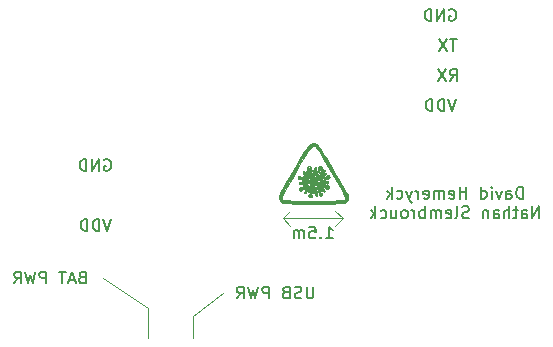
<source format=gbo>
G04 #@! TF.GenerationSoftware,KiCad,Pcbnew,(5.1.9)-1*
G04 #@! TF.CreationDate,2021-04-10T16:29:16+02:00*
G04 #@! TF.ProjectId,eerste_versie,65657273-7465-45f7-9665-727369652e6b,rev?*
G04 #@! TF.SameCoordinates,Original*
G04 #@! TF.FileFunction,Legend,Bot*
G04 #@! TF.FilePolarity,Positive*
%FSLAX46Y46*%
G04 Gerber Fmt 4.6, Leading zero omitted, Abs format (unit mm)*
G04 Created by KiCad (PCBNEW (5.1.9)-1) date 2021-04-10 16:29:16*
%MOMM*%
%LPD*%
G01*
G04 APERTURE LIST*
%ADD10C,0.150000*%
%ADD11C,0.120000*%
%ADD12C,0.010000*%
G04 APERTURE END LIST*
D10*
X121348333Y-124547380D02*
X121015000Y-125547380D01*
X120681666Y-124547380D01*
X120348333Y-125547380D02*
X120348333Y-124547380D01*
X120110238Y-124547380D01*
X119967380Y-124595000D01*
X119872142Y-124690238D01*
X119824523Y-124785476D01*
X119776904Y-124975952D01*
X119776904Y-125118809D01*
X119824523Y-125309285D01*
X119872142Y-125404523D01*
X119967380Y-125499761D01*
X120110238Y-125547380D01*
X120348333Y-125547380D01*
X119348333Y-125547380D02*
X119348333Y-124547380D01*
X119110238Y-124547380D01*
X118967380Y-124595000D01*
X118872142Y-124690238D01*
X118824523Y-124785476D01*
X118776904Y-124975952D01*
X118776904Y-125118809D01*
X118824523Y-125309285D01*
X118872142Y-125404523D01*
X118967380Y-125499761D01*
X119110238Y-125547380D01*
X119348333Y-125547380D01*
X120776904Y-119515000D02*
X120872142Y-119467380D01*
X121015000Y-119467380D01*
X121157857Y-119515000D01*
X121253095Y-119610238D01*
X121300714Y-119705476D01*
X121348333Y-119895952D01*
X121348333Y-120038809D01*
X121300714Y-120229285D01*
X121253095Y-120324523D01*
X121157857Y-120419761D01*
X121015000Y-120467380D01*
X120919761Y-120467380D01*
X120776904Y-120419761D01*
X120729285Y-120372142D01*
X120729285Y-120038809D01*
X120919761Y-120038809D01*
X120300714Y-120467380D02*
X120300714Y-119467380D01*
X119729285Y-120467380D01*
X119729285Y-119467380D01*
X119253095Y-120467380D02*
X119253095Y-119467380D01*
X119015000Y-119467380D01*
X118872142Y-119515000D01*
X118776904Y-119610238D01*
X118729285Y-119705476D01*
X118681666Y-119895952D01*
X118681666Y-120038809D01*
X118729285Y-120229285D01*
X118776904Y-120324523D01*
X118872142Y-120419761D01*
X119015000Y-120467380D01*
X119253095Y-120467380D01*
D11*
X124460000Y-132080000D02*
X120650000Y-129540000D01*
X124460000Y-134620000D02*
X124460000Y-132080000D01*
X135890000Y-124460000D02*
X136525000Y-125095000D01*
X136525000Y-123825000D02*
X135890000Y-124460000D01*
X140970000Y-124460000D02*
X140335000Y-125095000D01*
X140970000Y-124460000D02*
X140335000Y-123825000D01*
X135890000Y-124460000D02*
X140970000Y-124460000D01*
X128270000Y-132715000D02*
X128270000Y-134620000D01*
X130810000Y-130810000D02*
X128270000Y-132715000D01*
D10*
X149986904Y-106815000D02*
X150082142Y-106767380D01*
X150225000Y-106767380D01*
X150367857Y-106815000D01*
X150463095Y-106910238D01*
X150510714Y-107005476D01*
X150558333Y-107195952D01*
X150558333Y-107338809D01*
X150510714Y-107529285D01*
X150463095Y-107624523D01*
X150367857Y-107719761D01*
X150225000Y-107767380D01*
X150129761Y-107767380D01*
X149986904Y-107719761D01*
X149939285Y-107672142D01*
X149939285Y-107338809D01*
X150129761Y-107338809D01*
X149510714Y-107767380D02*
X149510714Y-106767380D01*
X148939285Y-107767380D01*
X148939285Y-106767380D01*
X148463095Y-107767380D02*
X148463095Y-106767380D01*
X148225000Y-106767380D01*
X148082142Y-106815000D01*
X147986904Y-106910238D01*
X147939285Y-107005476D01*
X147891666Y-107195952D01*
X147891666Y-107338809D01*
X147939285Y-107529285D01*
X147986904Y-107624523D01*
X148082142Y-107719761D01*
X148225000Y-107767380D01*
X148463095Y-107767380D01*
X150621904Y-109307380D02*
X150050476Y-109307380D01*
X150336190Y-110307380D02*
X150336190Y-109307380D01*
X149812380Y-109307380D02*
X149145714Y-110307380D01*
X149145714Y-109307380D02*
X149812380Y-110307380D01*
X150026666Y-112847380D02*
X150360000Y-112371190D01*
X150598095Y-112847380D02*
X150598095Y-111847380D01*
X150217142Y-111847380D01*
X150121904Y-111895000D01*
X150074285Y-111942619D01*
X150026666Y-112037857D01*
X150026666Y-112180714D01*
X150074285Y-112275952D01*
X150121904Y-112323571D01*
X150217142Y-112371190D01*
X150598095Y-112371190D01*
X149693333Y-111847380D02*
X149026666Y-112847380D01*
X149026666Y-111847380D02*
X149693333Y-112847380D01*
X150558333Y-114387380D02*
X150225000Y-115387380D01*
X149891666Y-114387380D01*
X149558333Y-115387380D02*
X149558333Y-114387380D01*
X149320238Y-114387380D01*
X149177380Y-114435000D01*
X149082142Y-114530238D01*
X149034523Y-114625476D01*
X148986904Y-114815952D01*
X148986904Y-114958809D01*
X149034523Y-115149285D01*
X149082142Y-115244523D01*
X149177380Y-115339761D01*
X149320238Y-115387380D01*
X149558333Y-115387380D01*
X148558333Y-115387380D02*
X148558333Y-114387380D01*
X148320238Y-114387380D01*
X148177380Y-114435000D01*
X148082142Y-114530238D01*
X148034523Y-114625476D01*
X147986904Y-114815952D01*
X147986904Y-114958809D01*
X148034523Y-115149285D01*
X148082142Y-115244523D01*
X148177380Y-115339761D01*
X148320238Y-115387380D01*
X148558333Y-115387380D01*
X138469285Y-130262380D02*
X138469285Y-131071904D01*
X138421666Y-131167142D01*
X138374047Y-131214761D01*
X138278809Y-131262380D01*
X138088333Y-131262380D01*
X137993095Y-131214761D01*
X137945476Y-131167142D01*
X137897857Y-131071904D01*
X137897857Y-130262380D01*
X137469285Y-131214761D02*
X137326428Y-131262380D01*
X137088333Y-131262380D01*
X136993095Y-131214761D01*
X136945476Y-131167142D01*
X136897857Y-131071904D01*
X136897857Y-130976666D01*
X136945476Y-130881428D01*
X136993095Y-130833809D01*
X137088333Y-130786190D01*
X137278809Y-130738571D01*
X137374047Y-130690952D01*
X137421666Y-130643333D01*
X137469285Y-130548095D01*
X137469285Y-130452857D01*
X137421666Y-130357619D01*
X137374047Y-130310000D01*
X137278809Y-130262380D01*
X137040714Y-130262380D01*
X136897857Y-130310000D01*
X136135952Y-130738571D02*
X135993095Y-130786190D01*
X135945476Y-130833809D01*
X135897857Y-130929047D01*
X135897857Y-131071904D01*
X135945476Y-131167142D01*
X135993095Y-131214761D01*
X136088333Y-131262380D01*
X136469285Y-131262380D01*
X136469285Y-130262380D01*
X136135952Y-130262380D01*
X136040714Y-130310000D01*
X135993095Y-130357619D01*
X135945476Y-130452857D01*
X135945476Y-130548095D01*
X135993095Y-130643333D01*
X136040714Y-130690952D01*
X136135952Y-130738571D01*
X136469285Y-130738571D01*
X134707380Y-131262380D02*
X134707380Y-130262380D01*
X134326428Y-130262380D01*
X134231190Y-130310000D01*
X134183571Y-130357619D01*
X134135952Y-130452857D01*
X134135952Y-130595714D01*
X134183571Y-130690952D01*
X134231190Y-130738571D01*
X134326428Y-130786190D01*
X134707380Y-130786190D01*
X133802619Y-130262380D02*
X133564523Y-131262380D01*
X133374047Y-130548095D01*
X133183571Y-131262380D01*
X132945476Y-130262380D01*
X131993095Y-131262380D02*
X132326428Y-130786190D01*
X132564523Y-131262380D02*
X132564523Y-130262380D01*
X132183571Y-130262380D01*
X132088333Y-130310000D01*
X132040714Y-130357619D01*
X131993095Y-130452857D01*
X131993095Y-130595714D01*
X132040714Y-130690952D01*
X132088333Y-130738571D01*
X132183571Y-130786190D01*
X132564523Y-130786190D01*
X118895476Y-129468571D02*
X118752619Y-129516190D01*
X118705000Y-129563809D01*
X118657380Y-129659047D01*
X118657380Y-129801904D01*
X118705000Y-129897142D01*
X118752619Y-129944761D01*
X118847857Y-129992380D01*
X119228809Y-129992380D01*
X119228809Y-128992380D01*
X118895476Y-128992380D01*
X118800238Y-129040000D01*
X118752619Y-129087619D01*
X118705000Y-129182857D01*
X118705000Y-129278095D01*
X118752619Y-129373333D01*
X118800238Y-129420952D01*
X118895476Y-129468571D01*
X119228809Y-129468571D01*
X118276428Y-129706666D02*
X117800238Y-129706666D01*
X118371666Y-129992380D02*
X118038333Y-128992380D01*
X117705000Y-129992380D01*
X117514523Y-128992380D02*
X116943095Y-128992380D01*
X117228809Y-129992380D02*
X117228809Y-128992380D01*
X115847857Y-129992380D02*
X115847857Y-128992380D01*
X115466904Y-128992380D01*
X115371666Y-129040000D01*
X115324047Y-129087619D01*
X115276428Y-129182857D01*
X115276428Y-129325714D01*
X115324047Y-129420952D01*
X115371666Y-129468571D01*
X115466904Y-129516190D01*
X115847857Y-129516190D01*
X114943095Y-128992380D02*
X114705000Y-129992380D01*
X114514523Y-129278095D01*
X114324047Y-129992380D01*
X114085952Y-128992380D01*
X113133571Y-129992380D02*
X113466904Y-129516190D01*
X113705000Y-129992380D02*
X113705000Y-128992380D01*
X113324047Y-128992380D01*
X113228809Y-129040000D01*
X113181190Y-129087619D01*
X113133571Y-129182857D01*
X113133571Y-129325714D01*
X113181190Y-129420952D01*
X113228809Y-129468571D01*
X113324047Y-129516190D01*
X113705000Y-129516190D01*
X139525238Y-126182380D02*
X140096666Y-126182380D01*
X139810952Y-126182380D02*
X139810952Y-125182380D01*
X139906190Y-125325238D01*
X140001428Y-125420476D01*
X140096666Y-125468095D01*
X139096666Y-126087142D02*
X139049047Y-126134761D01*
X139096666Y-126182380D01*
X139144285Y-126134761D01*
X139096666Y-126087142D01*
X139096666Y-126182380D01*
X138144285Y-125182380D02*
X138620476Y-125182380D01*
X138668095Y-125658571D01*
X138620476Y-125610952D01*
X138525238Y-125563333D01*
X138287142Y-125563333D01*
X138191904Y-125610952D01*
X138144285Y-125658571D01*
X138096666Y-125753809D01*
X138096666Y-125991904D01*
X138144285Y-126087142D01*
X138191904Y-126134761D01*
X138287142Y-126182380D01*
X138525238Y-126182380D01*
X138620476Y-126134761D01*
X138668095Y-126087142D01*
X137668095Y-126182380D02*
X137668095Y-125515714D01*
X137668095Y-125610952D02*
X137620476Y-125563333D01*
X137525238Y-125515714D01*
X137382380Y-125515714D01*
X137287142Y-125563333D01*
X137239523Y-125658571D01*
X137239523Y-126182380D01*
X137239523Y-125658571D02*
X137191904Y-125563333D01*
X137096666Y-125515714D01*
X136953809Y-125515714D01*
X136858571Y-125563333D01*
X136810952Y-125658571D01*
X136810952Y-126182380D01*
X156233095Y-122817380D02*
X156233095Y-121817380D01*
X155995000Y-121817380D01*
X155852142Y-121865000D01*
X155756904Y-121960238D01*
X155709285Y-122055476D01*
X155661666Y-122245952D01*
X155661666Y-122388809D01*
X155709285Y-122579285D01*
X155756904Y-122674523D01*
X155852142Y-122769761D01*
X155995000Y-122817380D01*
X156233095Y-122817380D01*
X154804523Y-122817380D02*
X154804523Y-122293571D01*
X154852142Y-122198333D01*
X154947380Y-122150714D01*
X155137857Y-122150714D01*
X155233095Y-122198333D01*
X154804523Y-122769761D02*
X154899761Y-122817380D01*
X155137857Y-122817380D01*
X155233095Y-122769761D01*
X155280714Y-122674523D01*
X155280714Y-122579285D01*
X155233095Y-122484047D01*
X155137857Y-122436428D01*
X154899761Y-122436428D01*
X154804523Y-122388809D01*
X154423571Y-122150714D02*
X154185476Y-122817380D01*
X153947380Y-122150714D01*
X153566428Y-122817380D02*
X153566428Y-122150714D01*
X153566428Y-121817380D02*
X153614047Y-121865000D01*
X153566428Y-121912619D01*
X153518809Y-121865000D01*
X153566428Y-121817380D01*
X153566428Y-121912619D01*
X152661666Y-122817380D02*
X152661666Y-121817380D01*
X152661666Y-122769761D02*
X152756904Y-122817380D01*
X152947380Y-122817380D01*
X153042619Y-122769761D01*
X153090238Y-122722142D01*
X153137857Y-122626904D01*
X153137857Y-122341190D01*
X153090238Y-122245952D01*
X153042619Y-122198333D01*
X152947380Y-122150714D01*
X152756904Y-122150714D01*
X152661666Y-122198333D01*
X151423571Y-122817380D02*
X151423571Y-121817380D01*
X151423571Y-122293571D02*
X150852142Y-122293571D01*
X150852142Y-122817380D02*
X150852142Y-121817380D01*
X149995000Y-122769761D02*
X150090238Y-122817380D01*
X150280714Y-122817380D01*
X150375952Y-122769761D01*
X150423571Y-122674523D01*
X150423571Y-122293571D01*
X150375952Y-122198333D01*
X150280714Y-122150714D01*
X150090238Y-122150714D01*
X149995000Y-122198333D01*
X149947380Y-122293571D01*
X149947380Y-122388809D01*
X150423571Y-122484047D01*
X149518809Y-122817380D02*
X149518809Y-122150714D01*
X149518809Y-122245952D02*
X149471190Y-122198333D01*
X149375952Y-122150714D01*
X149233095Y-122150714D01*
X149137857Y-122198333D01*
X149090238Y-122293571D01*
X149090238Y-122817380D01*
X149090238Y-122293571D02*
X149042619Y-122198333D01*
X148947380Y-122150714D01*
X148804523Y-122150714D01*
X148709285Y-122198333D01*
X148661666Y-122293571D01*
X148661666Y-122817380D01*
X147804523Y-122769761D02*
X147899761Y-122817380D01*
X148090238Y-122817380D01*
X148185476Y-122769761D01*
X148233095Y-122674523D01*
X148233095Y-122293571D01*
X148185476Y-122198333D01*
X148090238Y-122150714D01*
X147899761Y-122150714D01*
X147804523Y-122198333D01*
X147756904Y-122293571D01*
X147756904Y-122388809D01*
X148233095Y-122484047D01*
X147328333Y-122817380D02*
X147328333Y-122150714D01*
X147328333Y-122341190D02*
X147280714Y-122245952D01*
X147233095Y-122198333D01*
X147137857Y-122150714D01*
X147042619Y-122150714D01*
X146804523Y-122150714D02*
X146566428Y-122817380D01*
X146328333Y-122150714D02*
X146566428Y-122817380D01*
X146661666Y-123055476D01*
X146709285Y-123103095D01*
X146804523Y-123150714D01*
X145518809Y-122769761D02*
X145614047Y-122817380D01*
X145804523Y-122817380D01*
X145899761Y-122769761D01*
X145947380Y-122722142D01*
X145995000Y-122626904D01*
X145995000Y-122341190D01*
X145947380Y-122245952D01*
X145899761Y-122198333D01*
X145804523Y-122150714D01*
X145614047Y-122150714D01*
X145518809Y-122198333D01*
X145090238Y-122817380D02*
X145090238Y-121817380D01*
X144995000Y-122436428D02*
X144709285Y-122817380D01*
X144709285Y-122150714D02*
X145090238Y-122531666D01*
X157590238Y-124467380D02*
X157590238Y-123467380D01*
X157018809Y-124467380D01*
X157018809Y-123467380D01*
X156114047Y-124467380D02*
X156114047Y-123943571D01*
X156161666Y-123848333D01*
X156256904Y-123800714D01*
X156447380Y-123800714D01*
X156542619Y-123848333D01*
X156114047Y-124419761D02*
X156209285Y-124467380D01*
X156447380Y-124467380D01*
X156542619Y-124419761D01*
X156590238Y-124324523D01*
X156590238Y-124229285D01*
X156542619Y-124134047D01*
X156447380Y-124086428D01*
X156209285Y-124086428D01*
X156114047Y-124038809D01*
X155780714Y-123800714D02*
X155399761Y-123800714D01*
X155637857Y-123467380D02*
X155637857Y-124324523D01*
X155590238Y-124419761D01*
X155495000Y-124467380D01*
X155399761Y-124467380D01*
X155066428Y-124467380D02*
X155066428Y-123467380D01*
X154637857Y-124467380D02*
X154637857Y-123943571D01*
X154685476Y-123848333D01*
X154780714Y-123800714D01*
X154923571Y-123800714D01*
X155018809Y-123848333D01*
X155066428Y-123895952D01*
X153733095Y-124467380D02*
X153733095Y-123943571D01*
X153780714Y-123848333D01*
X153875952Y-123800714D01*
X154066428Y-123800714D01*
X154161666Y-123848333D01*
X153733095Y-124419761D02*
X153828333Y-124467380D01*
X154066428Y-124467380D01*
X154161666Y-124419761D01*
X154209285Y-124324523D01*
X154209285Y-124229285D01*
X154161666Y-124134047D01*
X154066428Y-124086428D01*
X153828333Y-124086428D01*
X153733095Y-124038809D01*
X153256904Y-123800714D02*
X153256904Y-124467380D01*
X153256904Y-123895952D02*
X153209285Y-123848333D01*
X153114047Y-123800714D01*
X152971190Y-123800714D01*
X152875952Y-123848333D01*
X152828333Y-123943571D01*
X152828333Y-124467380D01*
X151637857Y-124419761D02*
X151495000Y-124467380D01*
X151256904Y-124467380D01*
X151161666Y-124419761D01*
X151114047Y-124372142D01*
X151066428Y-124276904D01*
X151066428Y-124181666D01*
X151114047Y-124086428D01*
X151161666Y-124038809D01*
X151256904Y-123991190D01*
X151447380Y-123943571D01*
X151542619Y-123895952D01*
X151590238Y-123848333D01*
X151637857Y-123753095D01*
X151637857Y-123657857D01*
X151590238Y-123562619D01*
X151542619Y-123515000D01*
X151447380Y-123467380D01*
X151209285Y-123467380D01*
X151066428Y-123515000D01*
X150495000Y-124467380D02*
X150590238Y-124419761D01*
X150637857Y-124324523D01*
X150637857Y-123467380D01*
X149733095Y-124419761D02*
X149828333Y-124467380D01*
X150018809Y-124467380D01*
X150114047Y-124419761D01*
X150161666Y-124324523D01*
X150161666Y-123943571D01*
X150114047Y-123848333D01*
X150018809Y-123800714D01*
X149828333Y-123800714D01*
X149733095Y-123848333D01*
X149685476Y-123943571D01*
X149685476Y-124038809D01*
X150161666Y-124134047D01*
X149256904Y-124467380D02*
X149256904Y-123800714D01*
X149256904Y-123895952D02*
X149209285Y-123848333D01*
X149114047Y-123800714D01*
X148971190Y-123800714D01*
X148875952Y-123848333D01*
X148828333Y-123943571D01*
X148828333Y-124467380D01*
X148828333Y-123943571D02*
X148780714Y-123848333D01*
X148685476Y-123800714D01*
X148542619Y-123800714D01*
X148447380Y-123848333D01*
X148399761Y-123943571D01*
X148399761Y-124467380D01*
X147923571Y-124467380D02*
X147923571Y-123467380D01*
X147923571Y-123848333D02*
X147828333Y-123800714D01*
X147637857Y-123800714D01*
X147542619Y-123848333D01*
X147495000Y-123895952D01*
X147447380Y-123991190D01*
X147447380Y-124276904D01*
X147495000Y-124372142D01*
X147542619Y-124419761D01*
X147637857Y-124467380D01*
X147828333Y-124467380D01*
X147923571Y-124419761D01*
X147018809Y-124467380D02*
X147018809Y-123800714D01*
X147018809Y-123991190D02*
X146971190Y-123895952D01*
X146923571Y-123848333D01*
X146828333Y-123800714D01*
X146733095Y-123800714D01*
X146256904Y-124467380D02*
X146352142Y-124419761D01*
X146399761Y-124372142D01*
X146447380Y-124276904D01*
X146447380Y-123991190D01*
X146399761Y-123895952D01*
X146352142Y-123848333D01*
X146256904Y-123800714D01*
X146114047Y-123800714D01*
X146018809Y-123848333D01*
X145971190Y-123895952D01*
X145923571Y-123991190D01*
X145923571Y-124276904D01*
X145971190Y-124372142D01*
X146018809Y-124419761D01*
X146114047Y-124467380D01*
X146256904Y-124467380D01*
X145066428Y-123800714D02*
X145066428Y-124467380D01*
X145495000Y-123800714D02*
X145495000Y-124324523D01*
X145447380Y-124419761D01*
X145352142Y-124467380D01*
X145209285Y-124467380D01*
X145114047Y-124419761D01*
X145066428Y-124372142D01*
X144161666Y-124419761D02*
X144256904Y-124467380D01*
X144447380Y-124467380D01*
X144542619Y-124419761D01*
X144590238Y-124372142D01*
X144637857Y-124276904D01*
X144637857Y-123991190D01*
X144590238Y-123895952D01*
X144542619Y-123848333D01*
X144447380Y-123800714D01*
X144256904Y-123800714D01*
X144161666Y-123848333D01*
X143733095Y-124467380D02*
X143733095Y-123467380D01*
X143637857Y-124086428D02*
X143352142Y-124467380D01*
X143352142Y-123800714D02*
X143733095Y-124181666D01*
D12*
G36*
X138016583Y-120044155D02*
G01*
X137933752Y-120132525D01*
X137942804Y-120251992D01*
X138026356Y-120373533D01*
X138092462Y-120454748D01*
X138087256Y-120496794D01*
X138051756Y-120514913D01*
X137984233Y-120509468D01*
X137972800Y-120470605D01*
X137932101Y-120404647D01*
X137896600Y-120396000D01*
X137829251Y-120436663D01*
X137820400Y-120472200D01*
X137851114Y-120539749D01*
X137877421Y-120548400D01*
X137901660Y-120576118D01*
X137867494Y-120629066D01*
X137812354Y-120679408D01*
X137776672Y-120642415D01*
X137761311Y-120603666D01*
X137699481Y-120512702D01*
X137629374Y-120512140D01*
X137582358Y-120580088D01*
X137593084Y-120672540D01*
X137634752Y-120709612D01*
X137686979Y-120750498D01*
X137686386Y-120808989D01*
X137638640Y-120911658D01*
X137558481Y-121066669D01*
X137494982Y-121007015D01*
X137300050Y-121007015D01*
X137282787Y-121063218D01*
X137243830Y-121101682D01*
X137221608Y-121063422D01*
X137221228Y-120984117D01*
X137230909Y-120968558D01*
X137279765Y-120956721D01*
X137300050Y-121007015D01*
X137494982Y-121007015D01*
X137444866Y-120959934D01*
X137311426Y-120869968D01*
X137204143Y-120867642D01*
X137135322Y-120952935D01*
X137132803Y-120960464D01*
X137131144Y-121087596D01*
X137204127Y-121165365D01*
X137329802Y-121175921D01*
X137379802Y-121161345D01*
X137470507Y-121133843D01*
X137507905Y-121161113D01*
X137515561Y-121264999D01*
X137515600Y-121287225D01*
X137508789Y-121404214D01*
X137473955Y-121444577D01*
X137389497Y-121433085D01*
X137388600Y-121432860D01*
X137294643Y-121423268D01*
X137263282Y-121474620D01*
X137261600Y-121511728D01*
X137280824Y-121591618D01*
X137357817Y-121609603D01*
X137395307Y-121606135D01*
X137509174Y-121618291D01*
X137571471Y-121704100D01*
X137589580Y-121785471D01*
X137543209Y-121815087D01*
X137469384Y-121818400D01*
X137332365Y-121850042D01*
X137249345Y-121927180D01*
X137230383Y-122023130D01*
X137285540Y-122111210D01*
X137346313Y-122144837D01*
X137449616Y-122151348D01*
X137529810Y-122072467D01*
X137565013Y-121996200D01*
X137432371Y-121996200D01*
X137424566Y-122061736D01*
X137387006Y-122072400D01*
X137321048Y-122031700D01*
X137312400Y-121996200D01*
X137336944Y-121928555D01*
X137357765Y-121920000D01*
X137413299Y-121960427D01*
X137432371Y-121996200D01*
X137565013Y-121996200D01*
X137572881Y-121979155D01*
X137623894Y-121844979D01*
X137721018Y-121971389D01*
X137801594Y-122091880D01*
X137809094Y-122155374D01*
X137744906Y-122173999D01*
X137744200Y-122174000D01*
X137682144Y-122216351D01*
X137668000Y-122275600D01*
X137703922Y-122360502D01*
X137769600Y-122377200D01*
X137854503Y-122341278D01*
X137864742Y-122301000D01*
X137769600Y-122301000D01*
X137744200Y-122326400D01*
X137718800Y-122301000D01*
X137744200Y-122275600D01*
X137769600Y-122301000D01*
X137864742Y-122301000D01*
X137871200Y-122275600D01*
X137877215Y-122198655D01*
X137913258Y-122180561D01*
X138006326Y-122214754D01*
X138046610Y-122232954D01*
X138152393Y-122296140D01*
X138163955Y-122358140D01*
X138097349Y-122430034D01*
X138037121Y-122529125D01*
X138046515Y-122636723D01*
X138117414Y-122711675D01*
X138155046Y-122722551D01*
X138269921Y-122702098D01*
X138323671Y-122662298D01*
X138343432Y-122610125D01*
X138252434Y-122610125D01*
X138248399Y-122637351D01*
X138192618Y-122660035D01*
X138136916Y-122620206D01*
X138125200Y-122578996D01*
X138162535Y-122553569D01*
X138201109Y-122561917D01*
X138252434Y-122610125D01*
X138343432Y-122610125D01*
X138359726Y-122567106D01*
X138331926Y-122485386D01*
X138286636Y-122385473D01*
X138304845Y-122339544D01*
X138402802Y-122326840D01*
X138456368Y-122326400D01*
X138573968Y-122333428D01*
X138614991Y-122367850D01*
X138604989Y-122446514D01*
X138611199Y-122552363D01*
X138671773Y-122605287D01*
X138755031Y-122585263D01*
X138782513Y-122558720D01*
X138805743Y-122484905D01*
X138758422Y-122426524D01*
X138708340Y-122365627D01*
X138744932Y-122319066D01*
X138745096Y-122318962D01*
X138858379Y-122275847D01*
X138920031Y-122317368D01*
X138927223Y-122408437D01*
X138950633Y-122538380D01*
X139035429Y-122616051D01*
X139154567Y-122617367D01*
X139159696Y-122615479D01*
X139232555Y-122545847D01*
X139233068Y-122505794D01*
X139141200Y-122505794D01*
X139109306Y-122572848D01*
X139044752Y-122565459D01*
X139017490Y-122534923D01*
X139031015Y-122481122D01*
X139065292Y-122460317D01*
X139130620Y-122468381D01*
X139141200Y-122505794D01*
X139233068Y-122505794D01*
X139233840Y-122445553D01*
X139168818Y-122350400D01*
X139115800Y-122317156D01*
X139012018Y-122257622D01*
X139003590Y-122204248D01*
X139087809Y-122136616D01*
X139091553Y-122134269D01*
X139174303Y-122096539D01*
X139216281Y-122129353D01*
X139223988Y-122147449D01*
X139284615Y-122208993D01*
X139370156Y-122221413D01*
X139435267Y-122184807D01*
X139446000Y-122146963D01*
X139403940Y-122068679D01*
X139343325Y-122031143D01*
X139314685Y-122015542D01*
X138938000Y-122015542D01*
X138897824Y-122079225D01*
X138808558Y-122142710D01*
X138718376Y-122172455D01*
X138691052Y-122133205D01*
X138691259Y-122129124D01*
X138277600Y-122129124D01*
X138239506Y-122169422D01*
X138153128Y-122168014D01*
X138060331Y-122130063D01*
X138023600Y-122097800D01*
X137989867Y-122039851D01*
X138029581Y-122025309D01*
X138153087Y-122050901D01*
X138163300Y-122053618D01*
X138252160Y-122094162D01*
X138277600Y-122129124D01*
X138691259Y-122129124D01*
X138693495Y-122085100D01*
X138737316Y-122024598D01*
X138531600Y-122024598D01*
X138512045Y-122094840D01*
X138480800Y-122097800D01*
X138434058Y-122024298D01*
X138430000Y-121993201D01*
X138458404Y-121927545D01*
X138480800Y-121920000D01*
X138521676Y-121962675D01*
X138531600Y-122024598D01*
X138737316Y-122024598D01*
X138738903Y-122022408D01*
X138821604Y-121982077D01*
X138901374Y-121975549D01*
X138937985Y-122014269D01*
X138938000Y-122015542D01*
X139314685Y-122015542D01*
X139273690Y-121993212D01*
X139284194Y-121936793D01*
X139314365Y-121893080D01*
X139363407Y-121835502D01*
X137816351Y-121835502D01*
X137775036Y-121869200D01*
X137720072Y-121828600D01*
X137698836Y-121788845D01*
X137671614Y-121664940D01*
X137669616Y-121623745D01*
X137679162Y-121572114D01*
X137717002Y-121600852D01*
X137745816Y-121637609D01*
X137806329Y-121748054D01*
X137816351Y-121835502D01*
X139363407Y-121835502D01*
X139369975Y-121827792D01*
X139417142Y-121831204D01*
X139494317Y-121906337D01*
X139495220Y-121907300D01*
X139581265Y-121987612D01*
X139638301Y-122020824D01*
X139638479Y-122020822D01*
X139742557Y-121975089D01*
X139793827Y-121867035D01*
X139793334Y-121812655D01*
X139792455Y-121809933D01*
X139750800Y-121809933D01*
X139710348Y-121890901D01*
X139642328Y-121920000D01*
X139621667Y-121882426D01*
X139630830Y-121843800D01*
X139679734Y-121780422D01*
X139732768Y-121771315D01*
X139750800Y-121809933D01*
X139792455Y-121809933D01*
X139767198Y-121731765D01*
X139699047Y-121701502D01*
X139593191Y-121701712D01*
X139473311Y-121702064D01*
X139428509Y-121672041D01*
X139432950Y-121593093D01*
X139434024Y-121587412D01*
X139448893Y-121549639D01*
X139288879Y-121549639D01*
X139281328Y-121630291D01*
X139232640Y-121706640D01*
X139154136Y-121760063D01*
X139098269Y-121759848D01*
X139090400Y-121738860D01*
X139091779Y-121734654D01*
X138835375Y-121734654D01*
X138802534Y-121784533D01*
X138720194Y-121818614D01*
X138618168Y-121812299D01*
X138543722Y-121772972D01*
X138531600Y-121742200D01*
X138577037Y-121681704D01*
X138649978Y-121670995D01*
X138217938Y-121670995D01*
X138217010Y-121762444D01*
X138174578Y-121810281D01*
X138147774Y-121810157D01*
X138052371Y-121756385D01*
X137993608Y-121691100D01*
X137953974Y-121580251D01*
X137978024Y-121497662D01*
X138049666Y-121470435D01*
X138111054Y-121493323D01*
X138181305Y-121569949D01*
X138217938Y-121670995D01*
X138649978Y-121670995D01*
X138684000Y-121666000D01*
X138804340Y-121684129D01*
X138835375Y-121734654D01*
X139091779Y-121734654D01*
X139117326Y-121656765D01*
X139176663Y-121566520D01*
X139236255Y-121515105D01*
X139244588Y-121513600D01*
X139288879Y-121549639D01*
X139448893Y-121549639D01*
X139474698Y-121484087D01*
X139531983Y-121469511D01*
X139571629Y-121511381D01*
X139634757Y-121539806D01*
X139710856Y-121508956D01*
X139750644Y-121439850D01*
X139750722Y-121437400D01*
X139700000Y-121437400D01*
X139674600Y-121462800D01*
X139649200Y-121437400D01*
X139674600Y-121412000D01*
X139700000Y-121437400D01*
X139750722Y-121437400D01*
X139750800Y-121434963D01*
X139714824Y-121348295D01*
X139621190Y-121333274D01*
X139548650Y-121360638D01*
X139478018Y-121387661D01*
X139450335Y-121349857D01*
X139448512Y-121310155D01*
X139023367Y-121310155D01*
X139017213Y-121356325D01*
X138937538Y-121407778D01*
X138843302Y-121392023D01*
X138809625Y-121358974D01*
X138809961Y-121332218D01*
X138563417Y-121332218D01*
X138513554Y-121405319D01*
X138445854Y-121450446D01*
X138418566Y-121450521D01*
X138372194Y-121394123D01*
X138371468Y-121385329D01*
X138408109Y-121319104D01*
X138485742Y-121270333D01*
X138555482Y-121267898D01*
X138561803Y-121272869D01*
X138563417Y-121332218D01*
X138809961Y-121332218D01*
X138810604Y-121281034D01*
X138840363Y-121229425D01*
X138900895Y-121179183D01*
X138962687Y-121212121D01*
X138977748Y-121226775D01*
X139023367Y-121310155D01*
X139448512Y-121310155D01*
X139446000Y-121255465D01*
X139451054Y-121196100D01*
X139343623Y-121196100D01*
X139320666Y-121255748D01*
X139269411Y-121242141D01*
X139219942Y-121165179D01*
X139216185Y-121154171D01*
X139205807Y-121079376D01*
X138165110Y-121079376D01*
X138159025Y-121131884D01*
X138105585Y-121204085D01*
X138038667Y-121254650D01*
X138017380Y-121259600D01*
X137977007Y-121218755D01*
X137972800Y-121188835D01*
X138001076Y-121136833D01*
X137717256Y-121136833D01*
X137702924Y-121234137D01*
X137668986Y-121290464D01*
X137633801Y-121279699D01*
X137627363Y-121264688D01*
X137636151Y-121181996D01*
X137662860Y-121121813D01*
X137703757Y-121062044D01*
X137716162Y-121096763D01*
X137717256Y-121136833D01*
X138001076Y-121136833D01*
X138010013Y-121120399D01*
X138088812Y-121073116D01*
X138159936Y-121075024D01*
X138165110Y-121079376D01*
X139205807Y-121079376D01*
X139202614Y-121056368D01*
X139215524Y-121015942D01*
X139262273Y-121022398D01*
X139313297Y-121089361D01*
X139342648Y-121180338D01*
X139343623Y-121196100D01*
X139451054Y-121196100D01*
X139455296Y-121146286D01*
X139499593Y-121111829D01*
X139572941Y-121119621D01*
X139708719Y-121114945D01*
X139808347Y-121058605D01*
X139838694Y-120983198D01*
X139750800Y-120983198D01*
X139722397Y-121048854D01*
X139700000Y-121056400D01*
X139659125Y-121013724D01*
X139649200Y-120951801D01*
X139668756Y-120881559D01*
X139700000Y-120878600D01*
X139746743Y-120952101D01*
X139750800Y-120983198D01*
X139838694Y-120983198D01*
X139843987Y-120970047D01*
X139836407Y-120935593D01*
X139758459Y-120836709D01*
X139646277Y-120826862D01*
X139524975Y-120901393D01*
X139424501Y-120971827D01*
X139371285Y-120957201D01*
X139375106Y-120929400D01*
X138734800Y-120929400D01*
X138715641Y-121034900D01*
X138658240Y-121046285D01*
X138592560Y-120995440D01*
X138535355Y-120898752D01*
X138557953Y-120825456D01*
X138633200Y-120802400D01*
X138712871Y-120832165D01*
X138734800Y-120929400D01*
X139375106Y-120929400D01*
X139380694Y-120888750D01*
X139447341Y-120811529D01*
X139470664Y-120788857D01*
X139037426Y-120788857D01*
X138972602Y-120790322D01*
X138971713Y-120789843D01*
X138043071Y-120789843D01*
X138035488Y-120894273D01*
X138034583Y-120897048D01*
X138006736Y-120940864D01*
X137967429Y-120897048D01*
X137927642Y-120785223D01*
X137922778Y-120738900D01*
X137943298Y-120663495D01*
X137966876Y-120650000D01*
X138015914Y-120692780D01*
X138043071Y-120789843D01*
X138971713Y-120789843D01*
X138846000Y-120722119D01*
X138843423Y-120720320D01*
X138766237Y-120644184D01*
X138780119Y-120584361D01*
X138850318Y-120566443D01*
X138936800Y-120623513D01*
X139029236Y-120729372D01*
X139037426Y-120788857D01*
X139470664Y-120788857D01*
X139519971Y-120740927D01*
X139514950Y-120690496D01*
X139481193Y-120658127D01*
X139413133Y-120625409D01*
X139350979Y-120672183D01*
X139328881Y-120702109D01*
X139263704Y-120770888D01*
X139217595Y-120751572D01*
X139213710Y-120745628D01*
X139206463Y-120679874D01*
X139226602Y-120663866D01*
X139351550Y-120594497D01*
X139420206Y-120503754D01*
X139426844Y-120421400D01*
X139344400Y-120421400D01*
X139319000Y-120446800D01*
X139293600Y-120421400D01*
X139319000Y-120396000D01*
X139344400Y-120421400D01*
X139426844Y-120421400D01*
X139427251Y-120416360D01*
X139369084Y-120358745D01*
X139177012Y-120358745D01*
X139172036Y-120425554D01*
X139144624Y-120522336D01*
X139141200Y-120552554D01*
X139108658Y-120596036D01*
X139017427Y-120564658D01*
X138988800Y-120546656D01*
X138986380Y-120544166D01*
X138480800Y-120544166D01*
X138435544Y-120605094D01*
X138321479Y-120642266D01*
X138284080Y-120645989D01*
X138240696Y-120634820D01*
X138274488Y-120577570D01*
X138277600Y-120573800D01*
X138358237Y-120513757D01*
X138439081Y-120499632D01*
X138480377Y-120537220D01*
X138480800Y-120544166D01*
X138986380Y-120544166D01*
X138943163Y-120499705D01*
X138976989Y-120447886D01*
X139011210Y-120420434D01*
X139120000Y-120355248D01*
X139177012Y-120358745D01*
X139369084Y-120358745D01*
X139367361Y-120357039D01*
X139295195Y-120345200D01*
X139214863Y-120316638D01*
X139192000Y-120216605D01*
X139184473Y-120192800D01*
X139115800Y-120192800D01*
X139104854Y-120236752D01*
X139070997Y-120243600D01*
X138983227Y-120213793D01*
X138963400Y-120192800D01*
X138974347Y-120148847D01*
X139008204Y-120142000D01*
X139095974Y-120171806D01*
X139115800Y-120192800D01*
X139184473Y-120192800D01*
X139154138Y-120096874D01*
X139060494Y-120045551D01*
X138943796Y-120077539D01*
X138881591Y-120175724D01*
X138874694Y-120288824D01*
X138870646Y-120402271D01*
X138824010Y-120444234D01*
X138794261Y-120446800D01*
X138684610Y-120423867D01*
X138661134Y-120361970D01*
X138688815Y-120313999D01*
X138717445Y-120222053D01*
X138664351Y-120154634D01*
X138604802Y-120142000D01*
X138546741Y-120186253D01*
X138531600Y-120269000D01*
X138506995Y-120369425D01*
X138434155Y-120396000D01*
X138307187Y-120411913D01*
X138257219Y-120426503D01*
X138208343Y-120434382D01*
X138205290Y-120387807D01*
X138235341Y-120291735D01*
X138267033Y-120171515D01*
X138258859Y-120142000D01*
X138176000Y-120142000D01*
X138134855Y-120187068D01*
X138099800Y-120192800D01*
X138032197Y-120165369D01*
X138023600Y-120142000D01*
X138064746Y-120096931D01*
X138099800Y-120091200D01*
X138167404Y-120118630D01*
X138176000Y-120142000D01*
X138258859Y-120142000D01*
X138247441Y-120100780D01*
X138202060Y-120060000D01*
X138087918Y-120021031D01*
X138016583Y-120044155D01*
G37*
X138016583Y-120044155D02*
X137933752Y-120132525D01*
X137942804Y-120251992D01*
X138026356Y-120373533D01*
X138092462Y-120454748D01*
X138087256Y-120496794D01*
X138051756Y-120514913D01*
X137984233Y-120509468D01*
X137972800Y-120470605D01*
X137932101Y-120404647D01*
X137896600Y-120396000D01*
X137829251Y-120436663D01*
X137820400Y-120472200D01*
X137851114Y-120539749D01*
X137877421Y-120548400D01*
X137901660Y-120576118D01*
X137867494Y-120629066D01*
X137812354Y-120679408D01*
X137776672Y-120642415D01*
X137761311Y-120603666D01*
X137699481Y-120512702D01*
X137629374Y-120512140D01*
X137582358Y-120580088D01*
X137593084Y-120672540D01*
X137634752Y-120709612D01*
X137686979Y-120750498D01*
X137686386Y-120808989D01*
X137638640Y-120911658D01*
X137558481Y-121066669D01*
X137494982Y-121007015D01*
X137300050Y-121007015D01*
X137282787Y-121063218D01*
X137243830Y-121101682D01*
X137221608Y-121063422D01*
X137221228Y-120984117D01*
X137230909Y-120968558D01*
X137279765Y-120956721D01*
X137300050Y-121007015D01*
X137494982Y-121007015D01*
X137444866Y-120959934D01*
X137311426Y-120869968D01*
X137204143Y-120867642D01*
X137135322Y-120952935D01*
X137132803Y-120960464D01*
X137131144Y-121087596D01*
X137204127Y-121165365D01*
X137329802Y-121175921D01*
X137379802Y-121161345D01*
X137470507Y-121133843D01*
X137507905Y-121161113D01*
X137515561Y-121264999D01*
X137515600Y-121287225D01*
X137508789Y-121404214D01*
X137473955Y-121444577D01*
X137389497Y-121433085D01*
X137388600Y-121432860D01*
X137294643Y-121423268D01*
X137263282Y-121474620D01*
X137261600Y-121511728D01*
X137280824Y-121591618D01*
X137357817Y-121609603D01*
X137395307Y-121606135D01*
X137509174Y-121618291D01*
X137571471Y-121704100D01*
X137589580Y-121785471D01*
X137543209Y-121815087D01*
X137469384Y-121818400D01*
X137332365Y-121850042D01*
X137249345Y-121927180D01*
X137230383Y-122023130D01*
X137285540Y-122111210D01*
X137346313Y-122144837D01*
X137449616Y-122151348D01*
X137529810Y-122072467D01*
X137565013Y-121996200D01*
X137432371Y-121996200D01*
X137424566Y-122061736D01*
X137387006Y-122072400D01*
X137321048Y-122031700D01*
X137312400Y-121996200D01*
X137336944Y-121928555D01*
X137357765Y-121920000D01*
X137413299Y-121960427D01*
X137432371Y-121996200D01*
X137565013Y-121996200D01*
X137572881Y-121979155D01*
X137623894Y-121844979D01*
X137721018Y-121971389D01*
X137801594Y-122091880D01*
X137809094Y-122155374D01*
X137744906Y-122173999D01*
X137744200Y-122174000D01*
X137682144Y-122216351D01*
X137668000Y-122275600D01*
X137703922Y-122360502D01*
X137769600Y-122377200D01*
X137854503Y-122341278D01*
X137864742Y-122301000D01*
X137769600Y-122301000D01*
X137744200Y-122326400D01*
X137718800Y-122301000D01*
X137744200Y-122275600D01*
X137769600Y-122301000D01*
X137864742Y-122301000D01*
X137871200Y-122275600D01*
X137877215Y-122198655D01*
X137913258Y-122180561D01*
X138006326Y-122214754D01*
X138046610Y-122232954D01*
X138152393Y-122296140D01*
X138163955Y-122358140D01*
X138097349Y-122430034D01*
X138037121Y-122529125D01*
X138046515Y-122636723D01*
X138117414Y-122711675D01*
X138155046Y-122722551D01*
X138269921Y-122702098D01*
X138323671Y-122662298D01*
X138343432Y-122610125D01*
X138252434Y-122610125D01*
X138248399Y-122637351D01*
X138192618Y-122660035D01*
X138136916Y-122620206D01*
X138125200Y-122578996D01*
X138162535Y-122553569D01*
X138201109Y-122561917D01*
X138252434Y-122610125D01*
X138343432Y-122610125D01*
X138359726Y-122567106D01*
X138331926Y-122485386D01*
X138286636Y-122385473D01*
X138304845Y-122339544D01*
X138402802Y-122326840D01*
X138456368Y-122326400D01*
X138573968Y-122333428D01*
X138614991Y-122367850D01*
X138604989Y-122446514D01*
X138611199Y-122552363D01*
X138671773Y-122605287D01*
X138755031Y-122585263D01*
X138782513Y-122558720D01*
X138805743Y-122484905D01*
X138758422Y-122426524D01*
X138708340Y-122365627D01*
X138744932Y-122319066D01*
X138745096Y-122318962D01*
X138858379Y-122275847D01*
X138920031Y-122317368D01*
X138927223Y-122408437D01*
X138950633Y-122538380D01*
X139035429Y-122616051D01*
X139154567Y-122617367D01*
X139159696Y-122615479D01*
X139232555Y-122545847D01*
X139233068Y-122505794D01*
X139141200Y-122505794D01*
X139109306Y-122572848D01*
X139044752Y-122565459D01*
X139017490Y-122534923D01*
X139031015Y-122481122D01*
X139065292Y-122460317D01*
X139130620Y-122468381D01*
X139141200Y-122505794D01*
X139233068Y-122505794D01*
X139233840Y-122445553D01*
X139168818Y-122350400D01*
X139115800Y-122317156D01*
X139012018Y-122257622D01*
X139003590Y-122204248D01*
X139087809Y-122136616D01*
X139091553Y-122134269D01*
X139174303Y-122096539D01*
X139216281Y-122129353D01*
X139223988Y-122147449D01*
X139284615Y-122208993D01*
X139370156Y-122221413D01*
X139435267Y-122184807D01*
X139446000Y-122146963D01*
X139403940Y-122068679D01*
X139343325Y-122031143D01*
X139314685Y-122015542D01*
X138938000Y-122015542D01*
X138897824Y-122079225D01*
X138808558Y-122142710D01*
X138718376Y-122172455D01*
X138691052Y-122133205D01*
X138691259Y-122129124D01*
X138277600Y-122129124D01*
X138239506Y-122169422D01*
X138153128Y-122168014D01*
X138060331Y-122130063D01*
X138023600Y-122097800D01*
X137989867Y-122039851D01*
X138029581Y-122025309D01*
X138153087Y-122050901D01*
X138163300Y-122053618D01*
X138252160Y-122094162D01*
X138277600Y-122129124D01*
X138691259Y-122129124D01*
X138693495Y-122085100D01*
X138737316Y-122024598D01*
X138531600Y-122024598D01*
X138512045Y-122094840D01*
X138480800Y-122097800D01*
X138434058Y-122024298D01*
X138430000Y-121993201D01*
X138458404Y-121927545D01*
X138480800Y-121920000D01*
X138521676Y-121962675D01*
X138531600Y-122024598D01*
X138737316Y-122024598D01*
X138738903Y-122022408D01*
X138821604Y-121982077D01*
X138901374Y-121975549D01*
X138937985Y-122014269D01*
X138938000Y-122015542D01*
X139314685Y-122015542D01*
X139273690Y-121993212D01*
X139284194Y-121936793D01*
X139314365Y-121893080D01*
X139363407Y-121835502D01*
X137816351Y-121835502D01*
X137775036Y-121869200D01*
X137720072Y-121828600D01*
X137698836Y-121788845D01*
X137671614Y-121664940D01*
X137669616Y-121623745D01*
X137679162Y-121572114D01*
X137717002Y-121600852D01*
X137745816Y-121637609D01*
X137806329Y-121748054D01*
X137816351Y-121835502D01*
X139363407Y-121835502D01*
X139369975Y-121827792D01*
X139417142Y-121831204D01*
X139494317Y-121906337D01*
X139495220Y-121907300D01*
X139581265Y-121987612D01*
X139638301Y-122020824D01*
X139638479Y-122020822D01*
X139742557Y-121975089D01*
X139793827Y-121867035D01*
X139793334Y-121812655D01*
X139792455Y-121809933D01*
X139750800Y-121809933D01*
X139710348Y-121890901D01*
X139642328Y-121920000D01*
X139621667Y-121882426D01*
X139630830Y-121843800D01*
X139679734Y-121780422D01*
X139732768Y-121771315D01*
X139750800Y-121809933D01*
X139792455Y-121809933D01*
X139767198Y-121731765D01*
X139699047Y-121701502D01*
X139593191Y-121701712D01*
X139473311Y-121702064D01*
X139428509Y-121672041D01*
X139432950Y-121593093D01*
X139434024Y-121587412D01*
X139448893Y-121549639D01*
X139288879Y-121549639D01*
X139281328Y-121630291D01*
X139232640Y-121706640D01*
X139154136Y-121760063D01*
X139098269Y-121759848D01*
X139090400Y-121738860D01*
X139091779Y-121734654D01*
X138835375Y-121734654D01*
X138802534Y-121784533D01*
X138720194Y-121818614D01*
X138618168Y-121812299D01*
X138543722Y-121772972D01*
X138531600Y-121742200D01*
X138577037Y-121681704D01*
X138649978Y-121670995D01*
X138217938Y-121670995D01*
X138217010Y-121762444D01*
X138174578Y-121810281D01*
X138147774Y-121810157D01*
X138052371Y-121756385D01*
X137993608Y-121691100D01*
X137953974Y-121580251D01*
X137978024Y-121497662D01*
X138049666Y-121470435D01*
X138111054Y-121493323D01*
X138181305Y-121569949D01*
X138217938Y-121670995D01*
X138649978Y-121670995D01*
X138684000Y-121666000D01*
X138804340Y-121684129D01*
X138835375Y-121734654D01*
X139091779Y-121734654D01*
X139117326Y-121656765D01*
X139176663Y-121566520D01*
X139236255Y-121515105D01*
X139244588Y-121513600D01*
X139288879Y-121549639D01*
X139448893Y-121549639D01*
X139474698Y-121484087D01*
X139531983Y-121469511D01*
X139571629Y-121511381D01*
X139634757Y-121539806D01*
X139710856Y-121508956D01*
X139750644Y-121439850D01*
X139750722Y-121437400D01*
X139700000Y-121437400D01*
X139674600Y-121462800D01*
X139649200Y-121437400D01*
X139674600Y-121412000D01*
X139700000Y-121437400D01*
X139750722Y-121437400D01*
X139750800Y-121434963D01*
X139714824Y-121348295D01*
X139621190Y-121333274D01*
X139548650Y-121360638D01*
X139478018Y-121387661D01*
X139450335Y-121349857D01*
X139448512Y-121310155D01*
X139023367Y-121310155D01*
X139017213Y-121356325D01*
X138937538Y-121407778D01*
X138843302Y-121392023D01*
X138809625Y-121358974D01*
X138809961Y-121332218D01*
X138563417Y-121332218D01*
X138513554Y-121405319D01*
X138445854Y-121450446D01*
X138418566Y-121450521D01*
X138372194Y-121394123D01*
X138371468Y-121385329D01*
X138408109Y-121319104D01*
X138485742Y-121270333D01*
X138555482Y-121267898D01*
X138561803Y-121272869D01*
X138563417Y-121332218D01*
X138809961Y-121332218D01*
X138810604Y-121281034D01*
X138840363Y-121229425D01*
X138900895Y-121179183D01*
X138962687Y-121212121D01*
X138977748Y-121226775D01*
X139023367Y-121310155D01*
X139448512Y-121310155D01*
X139446000Y-121255465D01*
X139451054Y-121196100D01*
X139343623Y-121196100D01*
X139320666Y-121255748D01*
X139269411Y-121242141D01*
X139219942Y-121165179D01*
X139216185Y-121154171D01*
X139205807Y-121079376D01*
X138165110Y-121079376D01*
X138159025Y-121131884D01*
X138105585Y-121204085D01*
X138038667Y-121254650D01*
X138017380Y-121259600D01*
X137977007Y-121218755D01*
X137972800Y-121188835D01*
X138001076Y-121136833D01*
X137717256Y-121136833D01*
X137702924Y-121234137D01*
X137668986Y-121290464D01*
X137633801Y-121279699D01*
X137627363Y-121264688D01*
X137636151Y-121181996D01*
X137662860Y-121121813D01*
X137703757Y-121062044D01*
X137716162Y-121096763D01*
X137717256Y-121136833D01*
X138001076Y-121136833D01*
X138010013Y-121120399D01*
X138088812Y-121073116D01*
X138159936Y-121075024D01*
X138165110Y-121079376D01*
X139205807Y-121079376D01*
X139202614Y-121056368D01*
X139215524Y-121015942D01*
X139262273Y-121022398D01*
X139313297Y-121089361D01*
X139342648Y-121180338D01*
X139343623Y-121196100D01*
X139451054Y-121196100D01*
X139455296Y-121146286D01*
X139499593Y-121111829D01*
X139572941Y-121119621D01*
X139708719Y-121114945D01*
X139808347Y-121058605D01*
X139838694Y-120983198D01*
X139750800Y-120983198D01*
X139722397Y-121048854D01*
X139700000Y-121056400D01*
X139659125Y-121013724D01*
X139649200Y-120951801D01*
X139668756Y-120881559D01*
X139700000Y-120878600D01*
X139746743Y-120952101D01*
X139750800Y-120983198D01*
X139838694Y-120983198D01*
X139843987Y-120970047D01*
X139836407Y-120935593D01*
X139758459Y-120836709D01*
X139646277Y-120826862D01*
X139524975Y-120901393D01*
X139424501Y-120971827D01*
X139371285Y-120957201D01*
X139375106Y-120929400D01*
X138734800Y-120929400D01*
X138715641Y-121034900D01*
X138658240Y-121046285D01*
X138592560Y-120995440D01*
X138535355Y-120898752D01*
X138557953Y-120825456D01*
X138633200Y-120802400D01*
X138712871Y-120832165D01*
X138734800Y-120929400D01*
X139375106Y-120929400D01*
X139380694Y-120888750D01*
X139447341Y-120811529D01*
X139470664Y-120788857D01*
X139037426Y-120788857D01*
X138972602Y-120790322D01*
X138971713Y-120789843D01*
X138043071Y-120789843D01*
X138035488Y-120894273D01*
X138034583Y-120897048D01*
X138006736Y-120940864D01*
X137967429Y-120897048D01*
X137927642Y-120785223D01*
X137922778Y-120738900D01*
X137943298Y-120663495D01*
X137966876Y-120650000D01*
X138015914Y-120692780D01*
X138043071Y-120789843D01*
X138971713Y-120789843D01*
X138846000Y-120722119D01*
X138843423Y-120720320D01*
X138766237Y-120644184D01*
X138780119Y-120584361D01*
X138850318Y-120566443D01*
X138936800Y-120623513D01*
X139029236Y-120729372D01*
X139037426Y-120788857D01*
X139470664Y-120788857D01*
X139519971Y-120740927D01*
X139514950Y-120690496D01*
X139481193Y-120658127D01*
X139413133Y-120625409D01*
X139350979Y-120672183D01*
X139328881Y-120702109D01*
X139263704Y-120770888D01*
X139217595Y-120751572D01*
X139213710Y-120745628D01*
X139206463Y-120679874D01*
X139226602Y-120663866D01*
X139351550Y-120594497D01*
X139420206Y-120503754D01*
X139426844Y-120421400D01*
X139344400Y-120421400D01*
X139319000Y-120446800D01*
X139293600Y-120421400D01*
X139319000Y-120396000D01*
X139344400Y-120421400D01*
X139426844Y-120421400D01*
X139427251Y-120416360D01*
X139369084Y-120358745D01*
X139177012Y-120358745D01*
X139172036Y-120425554D01*
X139144624Y-120522336D01*
X139141200Y-120552554D01*
X139108658Y-120596036D01*
X139017427Y-120564658D01*
X138988800Y-120546656D01*
X138986380Y-120544166D01*
X138480800Y-120544166D01*
X138435544Y-120605094D01*
X138321479Y-120642266D01*
X138284080Y-120645989D01*
X138240696Y-120634820D01*
X138274488Y-120577570D01*
X138277600Y-120573800D01*
X138358237Y-120513757D01*
X138439081Y-120499632D01*
X138480377Y-120537220D01*
X138480800Y-120544166D01*
X138986380Y-120544166D01*
X138943163Y-120499705D01*
X138976989Y-120447886D01*
X139011210Y-120420434D01*
X139120000Y-120355248D01*
X139177012Y-120358745D01*
X139369084Y-120358745D01*
X139367361Y-120357039D01*
X139295195Y-120345200D01*
X139214863Y-120316638D01*
X139192000Y-120216605D01*
X139184473Y-120192800D01*
X139115800Y-120192800D01*
X139104854Y-120236752D01*
X139070997Y-120243600D01*
X138983227Y-120213793D01*
X138963400Y-120192800D01*
X138974347Y-120148847D01*
X139008204Y-120142000D01*
X139095974Y-120171806D01*
X139115800Y-120192800D01*
X139184473Y-120192800D01*
X139154138Y-120096874D01*
X139060494Y-120045551D01*
X138943796Y-120077539D01*
X138881591Y-120175724D01*
X138874694Y-120288824D01*
X138870646Y-120402271D01*
X138824010Y-120444234D01*
X138794261Y-120446800D01*
X138684610Y-120423867D01*
X138661134Y-120361970D01*
X138688815Y-120313999D01*
X138717445Y-120222053D01*
X138664351Y-120154634D01*
X138604802Y-120142000D01*
X138546741Y-120186253D01*
X138531600Y-120269000D01*
X138506995Y-120369425D01*
X138434155Y-120396000D01*
X138307187Y-120411913D01*
X138257219Y-120426503D01*
X138208343Y-120434382D01*
X138205290Y-120387807D01*
X138235341Y-120291735D01*
X138267033Y-120171515D01*
X138258859Y-120142000D01*
X138176000Y-120142000D01*
X138134855Y-120187068D01*
X138099800Y-120192800D01*
X138032197Y-120165369D01*
X138023600Y-120142000D01*
X138064746Y-120096931D01*
X138099800Y-120091200D01*
X138167404Y-120118630D01*
X138176000Y-120142000D01*
X138258859Y-120142000D01*
X138247441Y-120100780D01*
X138202060Y-120060000D01*
X138087918Y-120021031D01*
X138016583Y-120044155D01*
G36*
X138224636Y-118176463D02*
G01*
X138125741Y-118249700D01*
X138049089Y-118339668D01*
X137934281Y-118500062D01*
X137793301Y-118712942D01*
X137638133Y-118960367D01*
X137523430Y-119151400D01*
X137372446Y-119407418D01*
X137182379Y-119729236D01*
X136965989Y-120095276D01*
X136736036Y-120483959D01*
X136505281Y-120873708D01*
X136323813Y-121179975D01*
X136082733Y-121589618D01*
X135891520Y-121923161D01*
X135746150Y-122190632D01*
X135642601Y-122402063D01*
X135576849Y-122567482D01*
X135544872Y-122696919D01*
X135542647Y-122800406D01*
X135566150Y-122887970D01*
X135608007Y-122964570D01*
X135649904Y-123025150D01*
X135695307Y-123076156D01*
X135752805Y-123118413D01*
X135830991Y-123152742D01*
X135938455Y-123179966D01*
X136083790Y-123200908D01*
X136275585Y-123216390D01*
X136522432Y-123227236D01*
X136832923Y-123234267D01*
X137215649Y-123238307D01*
X137679201Y-123240178D01*
X138232171Y-123240703D01*
X138491869Y-123240721D01*
X139059367Y-123240450D01*
X139534275Y-123239474D01*
X139925603Y-123237488D01*
X140242359Y-123234188D01*
X140493554Y-123229270D01*
X140688196Y-123222429D01*
X140835294Y-123213360D01*
X140943860Y-123201759D01*
X141022900Y-123187322D01*
X141081426Y-123169744D01*
X141122342Y-123151821D01*
X141301032Y-123013481D01*
X141399109Y-122826959D01*
X141403286Y-122701704D01*
X141173200Y-122701704D01*
X141171897Y-122763945D01*
X141162647Y-122816397D01*
X141137443Y-122859896D01*
X141088276Y-122895281D01*
X141007138Y-122923388D01*
X140886020Y-122945057D01*
X140716914Y-122961123D01*
X140491812Y-122972426D01*
X140202705Y-122979803D01*
X139841586Y-122984092D01*
X139400445Y-122986130D01*
X138871274Y-122986754D01*
X138447726Y-122986800D01*
X137872775Y-122986504D01*
X137391013Y-122985445D01*
X136994031Y-122983362D01*
X136673418Y-122979994D01*
X136420765Y-122975082D01*
X136227663Y-122968365D01*
X136085701Y-122959582D01*
X135986469Y-122948474D01*
X135921559Y-122934780D01*
X135882561Y-122918241D01*
X135868229Y-122906971D01*
X135833166Y-122871511D01*
X135805533Y-122836377D01*
X135788507Y-122795285D01*
X135785270Y-122741950D01*
X135799000Y-122670087D01*
X135832877Y-122573413D01*
X135890079Y-122445642D01*
X135973787Y-122280489D01*
X136087180Y-122071671D01*
X136233437Y-121812903D01*
X136415737Y-121497901D01*
X136637260Y-121120379D01*
X136901186Y-120674053D01*
X137210693Y-120152639D01*
X137553165Y-119576428D01*
X137781689Y-119194681D01*
X137967059Y-118893735D01*
X138116227Y-118666009D01*
X138236148Y-118503920D01*
X138333775Y-118399886D01*
X138416062Y-118346325D01*
X138489963Y-118335655D01*
X138562431Y-118360294D01*
X138628649Y-118403747D01*
X138692741Y-118475506D01*
X138797783Y-118620728D01*
X138934089Y-118824790D01*
X139091973Y-119073072D01*
X139261749Y-119350952D01*
X139312148Y-119435529D01*
X139509038Y-119767824D01*
X139740302Y-120158049D01*
X139988481Y-120576753D01*
X140236117Y-120994482D01*
X140465753Y-121381784D01*
X140519656Y-121472684D01*
X140706094Y-121792028D01*
X140870112Y-122082611D01*
X141005120Y-122332040D01*
X141104529Y-122527923D01*
X141161747Y-122657867D01*
X141173200Y-122701704D01*
X141403286Y-122701704D01*
X141406284Y-122611831D01*
X141406236Y-122611578D01*
X141370804Y-122515354D01*
X141291613Y-122350134D01*
X141177897Y-122133606D01*
X141038892Y-121883461D01*
X140911178Y-121663399D01*
X140754229Y-121398004D01*
X140558963Y-121067547D01*
X140338646Y-120694497D01*
X140106545Y-120301324D01*
X139875930Y-119910496D01*
X139712849Y-119634000D01*
X139516314Y-119304590D01*
X139329006Y-118997893D01*
X139159074Y-118726700D01*
X139014670Y-118503800D01*
X138903944Y-118341984D01*
X138835048Y-118254042D01*
X138830663Y-118249699D01*
X138639634Y-118131801D01*
X138430425Y-118107388D01*
X138224636Y-118176463D01*
G37*
X138224636Y-118176463D02*
X138125741Y-118249700D01*
X138049089Y-118339668D01*
X137934281Y-118500062D01*
X137793301Y-118712942D01*
X137638133Y-118960367D01*
X137523430Y-119151400D01*
X137372446Y-119407418D01*
X137182379Y-119729236D01*
X136965989Y-120095276D01*
X136736036Y-120483959D01*
X136505281Y-120873708D01*
X136323813Y-121179975D01*
X136082733Y-121589618D01*
X135891520Y-121923161D01*
X135746150Y-122190632D01*
X135642601Y-122402063D01*
X135576849Y-122567482D01*
X135544872Y-122696919D01*
X135542647Y-122800406D01*
X135566150Y-122887970D01*
X135608007Y-122964570D01*
X135649904Y-123025150D01*
X135695307Y-123076156D01*
X135752805Y-123118413D01*
X135830991Y-123152742D01*
X135938455Y-123179966D01*
X136083790Y-123200908D01*
X136275585Y-123216390D01*
X136522432Y-123227236D01*
X136832923Y-123234267D01*
X137215649Y-123238307D01*
X137679201Y-123240178D01*
X138232171Y-123240703D01*
X138491869Y-123240721D01*
X139059367Y-123240450D01*
X139534275Y-123239474D01*
X139925603Y-123237488D01*
X140242359Y-123234188D01*
X140493554Y-123229270D01*
X140688196Y-123222429D01*
X140835294Y-123213360D01*
X140943860Y-123201759D01*
X141022900Y-123187322D01*
X141081426Y-123169744D01*
X141122342Y-123151821D01*
X141301032Y-123013481D01*
X141399109Y-122826959D01*
X141403286Y-122701704D01*
X141173200Y-122701704D01*
X141171897Y-122763945D01*
X141162647Y-122816397D01*
X141137443Y-122859896D01*
X141088276Y-122895281D01*
X141007138Y-122923388D01*
X140886020Y-122945057D01*
X140716914Y-122961123D01*
X140491812Y-122972426D01*
X140202705Y-122979803D01*
X139841586Y-122984092D01*
X139400445Y-122986130D01*
X138871274Y-122986754D01*
X138447726Y-122986800D01*
X137872775Y-122986504D01*
X137391013Y-122985445D01*
X136994031Y-122983362D01*
X136673418Y-122979994D01*
X136420765Y-122975082D01*
X136227663Y-122968365D01*
X136085701Y-122959582D01*
X135986469Y-122948474D01*
X135921559Y-122934780D01*
X135882561Y-122918241D01*
X135868229Y-122906971D01*
X135833166Y-122871511D01*
X135805533Y-122836377D01*
X135788507Y-122795285D01*
X135785270Y-122741950D01*
X135799000Y-122670087D01*
X135832877Y-122573413D01*
X135890079Y-122445642D01*
X135973787Y-122280489D01*
X136087180Y-122071671D01*
X136233437Y-121812903D01*
X136415737Y-121497901D01*
X136637260Y-121120379D01*
X136901186Y-120674053D01*
X137210693Y-120152639D01*
X137553165Y-119576428D01*
X137781689Y-119194681D01*
X137967059Y-118893735D01*
X138116227Y-118666009D01*
X138236148Y-118503920D01*
X138333775Y-118399886D01*
X138416062Y-118346325D01*
X138489963Y-118335655D01*
X138562431Y-118360294D01*
X138628649Y-118403747D01*
X138692741Y-118475506D01*
X138797783Y-118620728D01*
X138934089Y-118824790D01*
X139091973Y-119073072D01*
X139261749Y-119350952D01*
X139312148Y-119435529D01*
X139509038Y-119767824D01*
X139740302Y-120158049D01*
X139988481Y-120576753D01*
X140236117Y-120994482D01*
X140465753Y-121381784D01*
X140519656Y-121472684D01*
X140706094Y-121792028D01*
X140870112Y-122082611D01*
X141005120Y-122332040D01*
X141104529Y-122527923D01*
X141161747Y-122657867D01*
X141173200Y-122701704D01*
X141403286Y-122701704D01*
X141406284Y-122611831D01*
X141406236Y-122611578D01*
X141370804Y-122515354D01*
X141291613Y-122350134D01*
X141177897Y-122133606D01*
X141038892Y-121883461D01*
X140911178Y-121663399D01*
X140754229Y-121398004D01*
X140558963Y-121067547D01*
X140338646Y-120694497D01*
X140106545Y-120301324D01*
X139875930Y-119910496D01*
X139712849Y-119634000D01*
X139516314Y-119304590D01*
X139329006Y-118997893D01*
X139159074Y-118726700D01*
X139014670Y-118503800D01*
X138903944Y-118341984D01*
X138835048Y-118254042D01*
X138830663Y-118249699D01*
X138639634Y-118131801D01*
X138430425Y-118107388D01*
X138224636Y-118176463D01*
M02*

</source>
